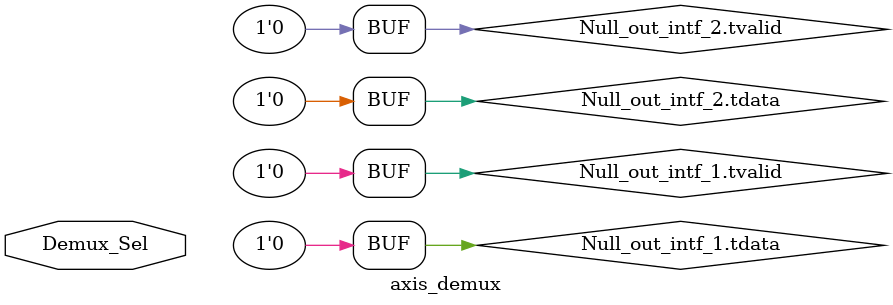
<source format=sv>

module axis_demux
(
    input logic [1:0] Demux_Sel, 
    AXIS_intf.Slave indata,
    AXIS_intf.Master outdata_1,
    AXIS_intf.Master outdata_2,
    AXIS_intf.Master outdata_3
);

`define axis_connect(out_port, in_port) \
    out_port.tdata = in_port.tdata; \
    out_port.tvalid = in_port.tvalid; \
    in_port.tready = out_port.tready;

logic aclk;
logic aresetn;

AXIS_intf #(32) Null_out_intf_1();
AXIS_intf #(32) Null_out_intf_2();

assign Null_out_intf_1.tdata = 0;
assign Null_out_intf_1.tvalid = 1'b0;
assign Null_out_intf_2.tdata = 0;
assign Null_out_intf_2.tvalid = 1'b0;

always_comb
    unique case(Demux_Sel)
        2'b00: begin
            `axis_connect(outdata_1, indata)
            `axis_connect(outdata_2, Null_out_intf_1)
            `axis_connect(outdata_3, Null_out_intf_2)
        end
        2'b01: begin
            `axis_connect(outdata_1, Null_out_intf_1)
            `axis_connect(outdata_2, indata)
            `axis_connect(outdata_3, Null_out_intf_2)
        end
        2'b10: begin
            `axis_connect(outdata_1, Null_out_intf_1)
            `axis_connect(outdata_2, Null_out_intf_2)
            `axis_connect(outdata_3, indata)
        end
    endcase
    
endmodule
</source>
